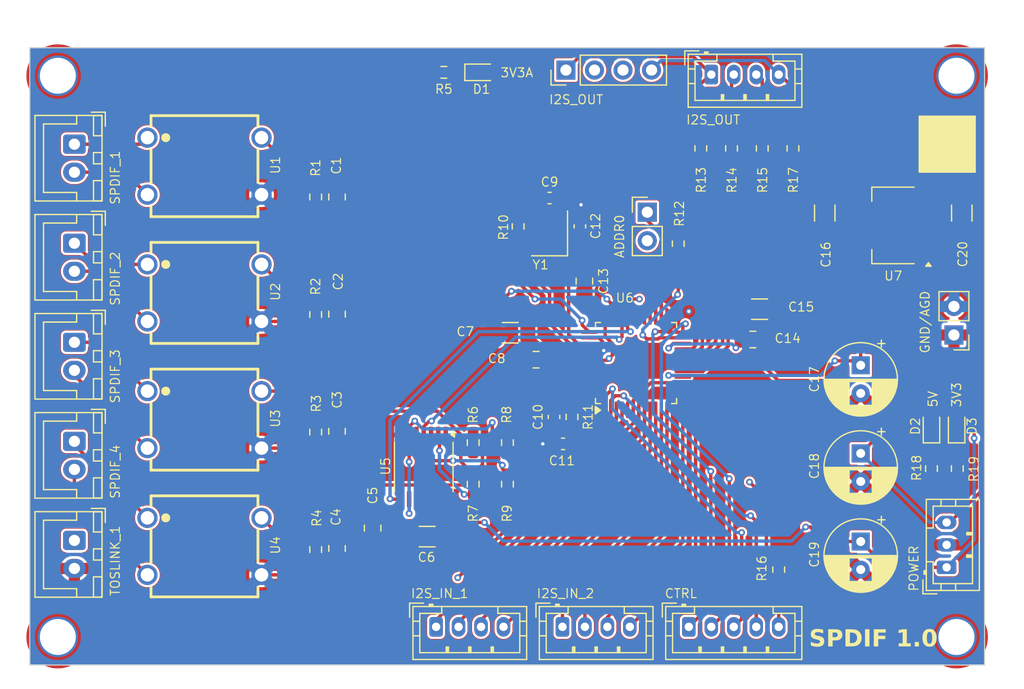
<source format=kicad_pcb>
(kicad_pcb (version 20240108) (generator "pcbnew") (generator_version "8.0")
  (layers (0 "F.Cu" signal) (1 "In1.Cu" signal) (2 "In2.Cu" signal) (31 "B.Cu" mixed) (34 "B.Paste" user) (35 "F.Paste" user) (36 "B.SilkS" user "B.Silkscreen") (37 "F.SilkS" user "F.Silkscreen") (38 "B.Mask" user) (39 "F.Mask" user) (44 "Edge.Cuts" user))
  (net 0 "")
  (net 1 "AGND")
  (net 2 "GND")
  (net 3 "I2S_DATA")
  (net 4 "I2S_LRCLK")
  (net 5 "I2S_BCLK")
  (net 6 "I2S_SCLK")
  (net 7 "SCL")
  (net 8 "SDA")
  (net 9 "3V3")
  (net 10 "SPDIF3_IN")
  (net 11 "SPDIF3_GND")
  (net 12 "SPDIF1_IN")
  (net 13 "SPDIF1_GND")
  (net 14 "SPDIF2_IN")
  (net 15 "SPDIF2_GND")
  (net 16 "5V")
  (net 17 "SPDIF_1")
  (net 18 "SPDIF4_GND")
  (net 19 "SPDIF4_IN")
  (net 20 "SPDIF_2")
  (net 21 "SPDIF_3")
  (net 22 "SPDIF_4")
  (net 23 "Net-(D2-K)")
  (net 24 "I2S_IN_LRCLK_1")
  (net 25 "I2S_IN_BCLK_1")
  (net 26 "Net-(D1-K)")
  (net 27 "I2S_IN_DATA_1")
  (net 28 "I2S_IN_SCLK_1")
  (net 29 "I2S_IN_DATA_2")
  (net 30 "I2S_IN_SCLK_2")
  (net 31 "I2S_IN_LRCLK_2")
  (net 32 "I2S_IN_BCLK_2")
  (net 33 "Net-(C2-Pad2)")
  (net 34 "Net-(C4-Pad2)")
  (net 35 "3V3A")
  (net 36 "SPDIF_OUT")
  (net 37 "TOSLINK_IN")
  (net 38 "XTI")
  (net 39 "XTO")
  (net 40 "Net-(C1-Pad2)")
  (net 41 "Net-(C3-Pad1)")
  (net 42 "Net-(C3-Pad2)")
  (net 43 "Net-(C4-Pad1)")
  (net 44 "Net-(C9-Pad1)")
  (net 45 "Net-(C11-Pad2)")
  (net 46 "Net-(R6-Pad2)")
  (net 47 "Net-(R7-Pad2)")
  (net 48 "SPDIF_INT1")
  (net 49 "SPDIF_INT0")
  (net 50 "SPDIF_RESET")
  (net 51 "Net-(D3-K)")
  (net 52 "Net-(U6-FILT)")
  (net 53 "Net-(R8-Pad1)")
  (net 54 "Net-(R8-Pad2)")
  (net 55 "Net-(U6-SCLKO)")
  (net 56 "Net-(U6-BCLK)")
  (net 57 "Net-(U6-LRCLK)")
  (net 58 "Net-(U6-DOUT)")
  (net 70 "ADR0")
  (footprint "LED_SMD:LED_0603_1608Metric" (layer "F.Cu") (at 106.6 62.025 90)
    (property "Reference" "D2")
    (property "Value" "BLUE")
  )
  (footprint "Connector_JST:JST_PH_B3B-PH-K_1x03_P2.00mm_Vertical" (layer "F.Cu") (at 107.95 74.6 90)
    (property "Reference" "J12" (hide yes))
    (property "Value" "Conn_01x03_Pin")
  )
  (footprint "Resistor_SMD:R_0603_1608Metric" (layer "F.Cu") (at 84.055 45.765 -90)
    (property "Reference" "R12")
    (property "Value" "4.7K")
  )
  (footprint "LED_SMD:LED_0603_1608Metric" (layer "F.Cu") (at 66.545 30.5)
    (property "Reference" "D1")
    (property "Value" "YELLOW")
  )
  (footprint "Capacitor_SMD:C_0805_2012Metric_Pad1.18x1.45mm_HandSolder" (layer "F.Cu") (at 75.7 49.1 -90)
    (property "Reference" "C13")
    (property "Value" "0.1u")
  )
  (footprint "Capacitor_SMD:C_0805_2012Metric_Pad1.18x1.45mm_HandSolder" (layer "F.Cu") (at 90.7 54.3 180)
    (property "Reference" "C14")
    (property "Value" "0.1u")
  )
  (footprint "Package_TO_SOT_SMD:SOT-223-3_TabPin2" (layer "F.Cu") (at 103.2 44.1375 180)
    (property "Reference" "U7")
    (property "Value" "AMS1117-3.3")
  )
  (footprint "Connector_JST:JST_XH_B2B-XH-A_1x02_P2.50mm_Vertical" (layer "F.Cu") (at 30.3 72.2 -90)
    (property "Reference" "J5" (hide yes))
    (property "Value" "Conn_01x02_Pin")
  )
  (footprint "Package_QFP:LQFP-48_7x7mm_P0.5mm" (layer "F.Cu") (at 80.3 56.4 90)
    (property "Reference" "U6")
    (property "Value" "DIX9211")
  )
  (footprint "Capacitor_SMD:C_1206_3216Metric_Pad1.33x1.80mm_HandSolder" (layer "F.Cu") (at 69.1 53.7)
    (property "Reference" "C7")
    (property "Value" "10u")
  )
  (footprint "Connector_JST:JST_XH_B2B-XH-A_1x02_P2.50mm_Vertical" (layer "F.Cu") (at 30.3 54.55 -90)
    (property "Reference" "J3" (hide yes))
    (property "Value" "Conn_01x02_Pin")
  )
  (footprint "Capacitor_SMD:C_0805_2012Metric_Pad1.18x1.45mm_HandSolder" (layer "F.Cu") (at 53.68 62.48 -90)
    (property "Reference" "C3")
    (property "Value" "10n C0G")
  )
  (footprint "Capacitor_SMD:C_0603_1608Metric" (layer "F.Cu") (at 73.8 63.6)
    (property "Reference" "C11")
    (property "Value" "68n C0G")
  )
  (footprint "Connector_JST:JST_PH_B4B-PH-K_1x04_P2.00mm_Vertical" (layer "F.Cu") (at 73.75 79.9)
    (property "Reference" "J7" (hide yes))
    (property "Value" "Conn_01x04_Pin")
  )
  (footprint "Connector_JST:JST_XH_B2B-XH-A_1x02_P2.50mm_Vertical" (layer "F.Cu") (at 30.3 63.375 -90)
    (property "Reference" "J4" (hide yes))
    (property "Value" "Conn_01x02_Pin")
  )
  (footprint "Capacitor_SMD:C_0805_2012Metric_Pad1.18x1.45mm_HandSolder" (layer "F.Cu") (at 53.68 72.9175 -90)
    (property "Reference" "C4")
    (property "Value" "10n C0G")
  )
  (footprint "easyeda2kicad:XFMR-TH_4P-L9.5-W9.0-P5.08-LS10.2_C9900096976" (layer "F.Cu") (at 41.88 72.73)
    (property "Reference" "U4")
    (property "Value" "DA101C_C6931652")
  )
  (footprint "Capacitor_SMD:C_0603_1608Metric" (layer "F.Cu") (at 72.6 41.7)
    (property "Reference" "C9")
    (property "Value" "68n C0G")
  )
  (footprint "Capacitor_SMD:C_1206_3216Metric_Pad1.33x1.80mm_HandSolder" (layer "F.Cu") (at 61.7 71.8625)
    (property "Reference" "C6")
    (property "Value" "10u")
  )
  (footprint "Capacitor_SMD:C_1206_3216Metric_Pad1.33x1.80mm_HandSolder" (layer "F.Cu") (at 109.3 43.0375 90)
    (property "Reference" "C20")
    (property "Value" "10u")
  )
  (footprint "easyeda2kicad:XFMR-TH_4P-L9.5-W9.0-P5.08-LS10.2_C9900096976" (layer "F.Cu") (at 41.88 61.44)
    (property "Reference" "U3")
    (property "Value" "DA101C_C6931652")
  )
  (footprint "Resistor_SMD:R_0603_1608Metric" (layer "F.Cu") (at 86.066667 37.275 90)
    (property "Reference" "R13")
    (property "Value" "22R")
  )
  (footprint "Resistor_SMD:R_0603_1608Metric_Pad0.98x0.95mm_HandSolder" (layer "F.Cu") (at 51.78 52.075833 -90)
    (property "Reference" "R2")
    (property "Value" "75R")
  )
  (footprint "Capacitor_SMD:C_1206_3216Metric_Pad1.33x1.80mm_HandSolder" (layer "F.Cu") (at 97.1 43.0375 90)
    (property "Reference" "C16")
    (property "Value" "10u")
  )
  (footprint "Connector_JST:JST_XH_B2B-XH-A_1x02_P2.50mm_Vertical" (layer "F.Cu") (at 30.3 36.9 -90)
    (property "Reference" "J1" (hide yes))
    (property "Value" "Conn_01x02_Pin" (hide yes))
  )
  (footprint "Capacitor_SMD:C_1206_3216Metric_Pad1.33x1.80mm_HandSolder" (layer "F.Cu") (at 91.3 51.6 180)
    (property "Reference" "C15")
    (property "Value" "10u")
  )
  (footprint "Capacitor_SMD:C_0805_2012Metric_Pad1.18x1.45mm_HandSolder" (layer "F.Cu") (at 71.4 56.1)
    (property "Reference" "C8")
    (property "Value" "0.1u")
  )
  (footprint "MountingHole:MountingHole_3.2mm_M3_DIN965_Pad_TopOnly" (layer "F.Cu") (at 108.8251 30.805)
    (property "Reference" "H3" (hide yes))
    (property "Value" "MountingHole")
  )
  (footprint "Connector_JST:JST_XH_B2B-XH-A_1x02_P2.50mm_Vertical" (layer "F.Cu") (at 30.3 45.725 -90)
    (property "Reference" "J2" (hide yes))
    (property "Value" "Conn_01x02_Pin")
  )
  (footprint "Connector_PinHeader_2.54mm:PinHeader_1x02_P2.54mm_Vertical" (layer "F.Cu") (at 81.3 42.96)
    (property "Reference" "J9" (hide yes))
    (property "Value" "Conn_01x02_Pin")
  )
  (footprint "Capacitor_SMD:C_0805_2012Metric_Pad1.18x1.45mm_HandSolder" (layer "F.Cu") (at 56.85 71.1 90)
    (property "Reference" "C5")
    (property "Value" "0.1u")
  )
  (footprint "Connector_JST:JST_PH_B4B-PH-K_1x04_P2.00mm_Vertical" (layer "F.Cu") (at 62.5 79.9)
    (property "Reference" "J6" (hide yes))
    (property "Value" "Conn_01x04_Pin")
  )
  (footprint "Connector_PinHeader_2.54mm:PinHeader_1x02_P2.54mm_Vertical" (layer "F.Cu") (at 108.6 53.9 180)
    (property "Reference" "J13" (hide yes))
    (property "Value" "Conn_01x02_Pin")
  )
  (footprint "Resistor_SMD:R_0603_1608Metric_Pad0.98x0.95mm_HandSolder" (layer "F.Cu") (at 51.78 73.0175 -90)
    (property "Reference" "R4")
    (property "Value" "75R")
  )
  (footprint "Resistor_SMD:R_0603_1608Metric_Pad0.98x0.95mm_HandSolder" (layer "F.Cu") (at 108.9 65.8 90)
    (property "Reference" "R19")
    (property "Value" "325R")
  )
  (footprint "Package_SO:TSSOP-14_4.4x5mm_P0.65mm" (layer "F.Cu") (at 61.4 65.6625 -90)
    (property "Reference" "U5")
    (property "Value" "74HC7014")
  )
  (footprint "Resistor_SMD:R_0603_1608Metric" (layer "F.Cu") (at 94.266667 37.275 90)
    (property "Reference" "R17")
    (property "Value" "22R")
  )
  (footprint "Connector_JST:JST_PH_B4B-PH-K_1x04_P2.00mm_Vertical" (layer "F.Cu") (at 87 30.7)
    (property "Reference" "J11" (hide yes))
    (property "Value" "Conn_01x04_Pin")
  )
  (footprint "easyeda2kicad:XFMR-TH_4P-L9.5-W9.0-P5.08-LS10.2_C9900096976" (layer "F.Cu") (at 41.88 50.15)
    (property "Reference" "U2")
    (property "Value" "DA101C_C6931652")
  )
  (footprint "Resistor_SMD:R_0603_1608Metric_Pad0.98x0.95mm_HandSolder" (layer "F.Cu") (at 51.78 62.546666 -90)
    (property "Reference" "R3")
    (property "Value" "75R")
  )
  (footprint "Resistor_SMD:R_0603_1608Metric" (layer "F.Cu") (at 88.8 37.275 90)
    (property "Reference" "R14")
    (property "Value" "22R")
  )
  (footprint "Capacitor_SMD:C_0805_2012Metric_Pad1.18x1.45mm_HandSolder" (layer "F.Cu") (at 53.68 41.605 -90)
    (property "Reference" "C1")
    (property "Value" "10n C0G")
  )
  (footprint "easyeda2kicad:XFMR-TH_4P-L9.5-W9.0-P5.08-LS10.2_C9900096976" (layer "F.Cu") (at 41.88 38.86)
    (property "Reference" "U1")
    (property "Value" "DA101C_C6931652")
  )
  (footprint "LED_SMD:LED_0603_1608Metric" (layer "F.Cu") (at 108.84 62.025 90)
    (property "Reference" "D3")
    (property "Value" "YELLOW")
  )
  (footprint "Resistor_SMD:R_0603_1608Metric" (layer "F.Cu") (at 74.6 61.2 -90)
    (property "Reference" "R11")
    (property "Value" "680R")
  )
  (footprint "Resistor_SMD:R_0603_1608Metric_Pad0.98x0.95mm_HandSolder" (layer "F.Cu") (at 106.6 65.8 90)
    (property "Reference" "R18")
    (property "Value" "500R")
  )
  (footprint "Resistor_SMD:R_0603_1608Metric" (layer "F.Cu") (at 91.533333 37.275 90)
    (property "Reference" "R15")
    (property "Value" "22R")
  )
  (footprint "Capacitor_SMD:C_0603_1608Metric" (layer "F.Cu") (at 75.3 44.225 90)
    (property "Reference" "C12")
    (property "Value" "68n C0G")
  )
  (footprint "Capacitor_SMD:C_0603_1608Metric" (layer "F.Cu") (at 73 61.2 90)
    (property "Reference" "C10")
    (property "Value" "4.7n C0G")
  )
  (footprint "Capacitor_SMD:C_0805_2012Metric_Pad1.18x1.45mm_HandSolder" (layer "F.Cu") (at 53.68 52.0425 -90)
    (property "Reference" "C2")
    (property "Value" "10n C0G")
  )
  (footprint "Resistor_SMD:R_0603_1608Metric" (layer "F.Cu") (at 69.8 44.225 -90)
    (property "Reference" "R10")
    (property "Value" "200R")
  )
  (footprint "Resistor_SMD:R_0603_1608Metric_Pad0.98x0.95mm_HandSolder" (layer "F.Cu") (at 65.8 67.1875 -90)
    (property "Reference" "R7")
    (property "Value" "100K")
  )
  (footprint "Capacitor_THT:CP_Radial_D6.3mm_P2.50mm" (layer "F.Cu") (at 100.3 72.3 -90)
    (property "Reference" "C19")
    (property "Value" "220u")
  )
  (footprint "Capacitor_THT:CP_Radial_D6.3mm_P2.50mm" (layer "F.Cu") (at 100.3 64.45 -90)
    (property "Reference" "C18")
    (property "Value" "220u")
  )
  (footprint "Resistor_SMD:R_0603_1608Metric_Pad0.98x0.95mm_HandSolder" (layer "F.Cu") (at 63.1875 30.5)
    (property "Reference" "R5")
    (property "Value" "325R")
  )
  (footprint "Crystal:Crystal_SMD_SeikoEpson_FA238-4Pin_3.2x2.5mm" (layer "F.Cu") (at 72.6 44.845 90)
    (property "Reference" "Y1")
    (property "Value" "24.576MHz")
  )
  (footprint "Resistor_SMD:R_0603_1608Metric_Pad0.98x0.95mm_HandSolder" (layer "F.Cu") (at 51.78 41.605 -90)
    (property "Reference" "R1")
    (property "Value" "75R")
  )
  (footprint "Resistor_SMD:R_0603_1608Metric_Pad0.98x0.95mm_HandSolder" (layer "F.Cu") (at 65.8 63.4875 90)
    (property "Reference" "R6")
    (property "Value" "220R")
  )
  (footprint "MountingHole:MountingHole_3.2mm_M3_DIN965_Pad_TopOnly" (layer "F.Cu") (at 28.8251 30.805)
    (property "Reference" "H1" (hide yes))
    (property "Value" "MountingHole")
  )
  (footprint "Resistor_SMD:R_0603_1608Metric_Pad0.98x0.95mm_HandSolder" (layer "F.Cu") (at 68.85 63.4875 -90)
    (property "Reference" "R8")
    (property "Value" "100K")
  )
  (footprint "Connector_PinHeader_2.54mm:PinHeader_1x04_P2.54mm_Vertical" (layer "F.Cu") (at 74.06 30.3 90)
    (property "Reference" "J8" (hide yes))
    (property "Value" "Conn_01x04_Pin")
  )
  (footprint "MountingHole:MountingHole_3.2mm_M3_DIN965_Pad_TopOnly" (layer "F.Cu") (at 108.8251 80.805)
    (property "Reference" "H4" (hide yes))
    (property "Value" "MountingHole")
  )
  (footprint "MountingHole:MountingHole_3.2mm_M3_DIN965_Pad_TopOnly" (layer "F.Cu") (at 28.8251 80.805)
    (property "Reference" "H2" (hide yes))
    (property "Value" "MountingHole")
  )
  (footprint "Capacitor_THT:CP_Radial_D6.3mm_P2.50mm" (layer "F.Cu") (at 100.3 56.6 -90)
    (property "Reference" "C17")
    (property "Value" "220u")
  )
  (footprint "Resistor_SMD:R_0603_1608Metric" (layer "F.Cu") (at 93 74.8 -90)
    (property "Reference" "R16")
    (property "Value" "4.7K")
  )
  (footprint "Connector_JST:JST_PH_B5B-PH-K_1x05_P2.00mm_Vertical" (layer "F.Cu") (at 85 79.9)
    (property "Reference" "J10" (hide yes))
    (property "Value" "Conn_01x05_Pin")
  )
  (footprint "Resistor_SMD:R_0603_1608Metric_Pad0.98x0.95mm_HandSolder" (layer "F.Cu") (at 68.85 67.1875 90)
    (property "Reference" "R9")
    (property "Value" "220R")
  )
  (gr_rect (start 105.5 34.4) (end 110.5 39.4) (stroke (width 0.1)) (fill solid) (layer "F.SilkS"))
  (gr_line (start 111.3251 28.305) (end 111.3251 83.305) (stroke (width 0.1)) (layer "Edge.Cuts"))
  (gr_line (start 111.3251 83.305) (end 26.3251 83.305) (stroke (width 0.1)) (layer "Edge.Cuts"))
  (gr_line (start 26.3251 83.305) (end 26.3251 28.305) (stroke (width 0.1)) (layer "Edge.Cuts"))
  (gr_line (start 26.3251 28.305) (end 111.3251 28.305) (stroke (width 0.1)) (layer "Edge.Cuts"))
  (gr_text "SPDIF_3\n" (at 34.399952 60.045 90) (layer "F.SilkS") (effects (font (size 0.8 0.8) (thickness 0.1) (bold yes)) (justify left bottom)))
  (gr_text "CTRL" (at 82.8 77.4 0) (layer "F.SilkS") (effects (font (size 0.8 0.8) (thickness 0.1) (bold yes)) (justify left bottom)))
  (gr_text "SPDIF_1" (at 34.399952 42.345 90) (layer "F.SilkS") (effects (font (size 0.8 0.8) (thickness 0.1) (bold yes)) (justify left bottom)))
  (gr_text "5V\n" (at 107.2 60.4 90) (layer "F.SilkS") (effects (font (size 0.8 0.8) (thickness 0.1) (bold yes)) (justify left bottom)))
  (gr_text "I2S_IN_1" (at 60.2 77.4 0) (layer "F.SilkS") (effects (font (size 0.8 0.8) (thickness 0.1) (bold yes)) (justify left bottom)))
  (gr_text "SPDIF_4\n" (at 34.399952 68.545 90) (layer "F.SilkS") (effects (font (size 0.8 0.8) (thickness 0.1) (bold yes)) (justify left bottom)))
  (gr_text "SPDIF 1.0" (at 95.7 81.9 0) (layer "F.SilkS") (effects (font (size 1.5 1.5) (thickness 0.1) (bold yes)) (justify left bottom)))
  (gr_text "I2S_OUT" (at 72.5 33.4 0) (layer "F.SilkS") (effects (font (size 0.8 0.8) (thickness 0.1) (bold yes)) (justify left bottom)))
  (gr_text "ADDR0" (at 79.3 47.1 90) (layer "F.SilkS") (effects (font (size 0.8 0.8) (thickness 0.1) (bold yes)) (justify left bottom)))
  (gr_text "POWER" (at 105.5 76.8 90) (layer "F.SilkS") (effects (font (size 0.8 0.8) (thickness 0.1) (bold yes)) (justify left bottom)))
  (gr_text "TOSLINK_1\n" (at 34.399952 77.2 90) (layer "F.SilkS") (effects (font (size 0.8 0.8) (thickness 0.1) (bold yes)) (justify left bottom)))
  (gr_text "GND/AGD" (at 106.5 55.6 90) (layer "F.SilkS") (effects (font (size 0.8 0.8) (thickness 0.1) (bold yes)) (justify left bottom)))
  (gr_text "SPDIF_2" (at 34.399952 51.345 90) (layer "F.SilkS") (effects (font (size 0.8 0.8) (thickness 0.1) (bold yes)) (justify left bottom)))
  (gr_text "3V3" (at 109.3 60.4 90) (layer "F.SilkS") (effects (font (size 0.8 0.8) (thickness 0.1) (bold yes)) (justify left bottom)))
  (gr_text "I2S_IN_2" (at 71.4 77.4 0) (layer "F.SilkS") (effects (font (size 0.8 0.8) (thickness 0.1) (bold yes)) (justify left bottom)))
  (gr_text "3V3A" (at 68.175 31 0) (layer "F.SilkS") (effects (font (size 0.8 0.8) (thickness 0.1) (bold yes)) (justify left bottom)))
  (gr_text "I2S_OUT" (at 84.7 35.2 0) (layer "F.SilkS") (effects (font (size 0.8 0.8) (thickness 0.1) (bold yes)) (justify left bottom)))
  (segment (start 50.44 75.27) (end 51.78 73.93) (width 0.3) (layer "F.Cu") (net 1))
  (segment (start 77.061672 55.65) (end 77.42486 55.286812) (width 0.3) (layer "F.Cu") (net 1))
  (segment (start 46.96 52.69) (end 51.481667 52.69) (width 0.3) (layer "F.Cu") (net 1))
  (segment (start 76.1375 55.65) (end 77.061672 55.65) (width 0.3) (layer "F.Cu") (net 1))
  (segment (start 73.375 41.7) (end 73.375 43.72) (width 0.3) (layer "F.Cu") (net 1))
  (segment (start 51.481667 52.69) (end 51.78 52.988333) (width 0.3) (layer "F.Cu") (net 1))
  (segment (start 51.259166 63.98) (end 51.78 63.459166) (width 0.3) (layer "F.Cu") (net 1))
  (segment (start 46.96 75.27) (end 50.44 75.27) (width 0.3) (layer "F.Cu") (net 1))
  (segment (start 51.78 42.5175) (end 48.0775 42.5175) (width 0.3) (layer "F.Cu") (net 1))
  (segment (start 73.4 43.745) (end 75.005 43.745) (width 0.3) (layer "F.Cu") (net 1))
  (segment (start 75.3 42.4) (end 75.4 42.3) (width 0.3) (layer "F.Cu") (net 1))
  (segment (start 46.96 63.98) (end 51.259166 63.98) (width 0.3) (layer "F.Cu") (net 1))
  (segment (start 48.0775 42.5175) (end 46.96 41.4) (width 0.3) (layer "F.Cu") (net 1))
  (segment (start 75.005 43.745) (end 75.3 43.45) (width 0.3) (layer "F.Cu") (net 1))
  (segment (start 76.97812 54.15) (end 77.3 54.47188) (width 0.3) (layer "F.Cu") (net 1))
  (segment (start 73.025 63.6) (end 72 63.6) (width 0.3) (layer "F.Cu") (net 1))
  (segment (start 76.1375 54.15) (end 76.97812 54.15) (width 0.3) (layer "F.Cu") (net 1))
  (segment (start 73.4 43.945) (end 71.8 45.545) (width 0.3) (layer "F.Cu") (net 1))
  (segment (start 75.3 43.45) (end 75.3 42.4) (width 0.3) (layer "F.Cu") (net 1))
  (segment (start 73.025 63.6) (end 73.025 62) (width 0.3) (layer "F.Cu") (net 1))
  (segment (start 77.3 55.161952) (end 77.42486 55.286812) (width 0.3) (layer "F.Cu") (net 1))
  (segment (start 77.3 54.47188) (end 77.3 55.161952) (width 0.3) (layer "F.Cu") (net 1))
  (via (at 77.42486 55.286812) (size 0.6) (drill 0.3) (layers "F.Cu" "B.Cu") (net 1))
  (via (at 72 63.6) (size 0.6) (drill 0.3) (layers "F.Cu" "B.Cu") (net 1))
  (via (at 75.4 42.3) (size 0.6) (drill 0.3) (layers "F.Cu" "B.Cu") (net 1))
  (segment (start 85.30312 55.15) (end 85.55 54.90312) (width 0.3) (layer "F.Cu") (net 2))
  (segment (start 84.4625 55.15) (end 85.30312 55.15) (width 0.3) (layer "F.Cu") (net 2))
  (segment (start 85.55 52.35) (end 85 51.8) (width 0.3) (layer "F.Cu") (net 2))
  (segment (start 85.55 54.90312) (end 85.55 53.90312) (width 0.3) (layer "F.Cu") (net 2))
  (segment (start 85.55 53.90312) (end 85.55 52.35) (width 0.3) (layer "F.Cu") (net 2))
  (via (at 85 51.8) (size 0.6) (drill 0.3) (layers "F.Cu" "B.Cu") (net 2))
  (segment (start 94.266667 36.45) (end 94.266667 31.866667) (width 0.3) (layer "F.Cu") (net 3))
  (segment (start 94.266667 31.866667) (end 93 30.6) (width 0.3) (layer "F.Cu") (net 3))
  (segment (start 82.53 29.45) (end 91.75 29.45) (width 0.3) (layer "B.Cu") (net 3))
  (segment (start 91.75 29.45) (end 93 30.7) (width 0.3) (layer "B.Cu") (net 3))
  (segment (start 81.68 30.3) (end 82.53 29.45) (width 0.3) (layer "B.Cu") (net 3))
  (segment (start 91.533333 36.45) (end 91.533333 31.133333) (width 0.3) (layer "F.Cu") (net 4))
  (segment (start 91.533333 31.133333) (end 91 30.6) (width 0.3) (layer "F.Cu") (net 4))
  (segment (start 88.8 36.45) (end 88.8 30.8) (width 0.3) (layer "F.Cu") (net 5))
  (segment (start 87 30.7) (end 85.4 29.1) (width 0.3) (layer "F.Cu") (net 6))
  (segment (start 86.066667 31.533333) (end 87 30.6) (width 0.3) (layer "F.Cu") (net 6))
  (segment (start 75.26 29.1) (end 74.06 30.3) (width 0.3) (layer "F.Cu") (net 6))
  (segment (start 86.066667 36.45) (end 86.066667 31.533333) (width 0.3) (layer "F.Cu") (net 6))
  (segment (start 85.4 29.1) (end 75.26 29.1) (width 0.3) (layer "F.Cu") (net 6))
  (segment (start 82.52812 53.6) (end 82 53.6) (width 0.3) (layer "F.Cu") (net 7))
  (segment (start 83.05 53.07812) (end 82.52812 53.6) (width 0.3) (layer "F.Cu") (net 7))
  (segment (start 83.05 52.2375) (end 83.05 53.07812) (width 0.3) (layer "F.Cu") (net 7))
  (segment (start 86.955025 77.944975) (end 86.955025 66.044975) (width 0.3) (layer "F.Cu") (net 7))
  (segment (start 85 79.9) (end 86.955025 77.944975) (width 0.3) (layer "F.Cu") (net 7))
  (via (at 86.955025 66.044975) (size 0.6) (drill 0.3) (layers "F.Cu" "B.Cu") (net 7))
  (via (at 82 53.6) (size 0.6) (drill 0.3) (layers "F.Cu" "B.Cu") (net 7))
  (segment (start 81.8 60.88995) (end 81.8 53.8) (width 0.3) (layer "B.Cu") (net 7))
  (segment (start 86.955025 66.044975) (end 81.8 60.88995) (width 0.3) (layer "B.Cu") (net 7))
  (segment (start 81.8 53.8) (end 82 53.6) (width 0.3) (layer "B.Cu") (net 7))
  (segment (start 84.4625 53.65) (end 84.4625 53.1375) (width 0.3) (layer "F.Cu") (net 8))
  (segment (start 88.6 78.3) (end 87 79.9) (width 0.3) (layer "F.Cu") (net 8))
  (segment (start 84.4625 53.1375) (end 84.7 52.9) (width 0.3) (layer "F.Cu") (net 8))
  (segment (start 88.6 66.7) (end 88.6 78.3) (width 0.3) (layer "F.Cu") (net 8))
  (via (at 84.7 52.9) (size 0.6) (drill 0.3) (layers "F.Cu" "B.Cu") (net 8))
  (via (at 88.6 66.7) (size 0.6) (drill 0.3) (layers "F.Cu" "B.Cu") (net 8))
  (segment (start 84.7 52.9) (end 84.381928 52.9) (width 0.3) (layer "B.Cu") (net 8))
  (segment (start 82.55 60.65) (end 88.6 66.7) (width 0.3) (layer "B.Cu") (net 8))
  (segment (start 84.381928 52.9) (end 82.55 54.731928) (width 0.3) (layer "B.Cu") (net 8))
  (segment (start 82.55 54.731928) (end 82.55 60.65) (width 0.3) (layer "B.Cu") (net 8))
  (segment (start 57.2375 70.45) (end 63.2125 70.45) (width 0.3) (layer "F.Cu") (net 9))
  (segment (start 89.6625 54.3) (end 89.185664 54.776836) (width 0.3) (layer "F.Cu") (net 9))
  (segment (start 83.621884 54.65) (end 83.2 55.071884) (width 0.3) (layer "F.Cu") (net 9))
  (segment (start 108.84 61) (end 105.79 57.95) (width 0.3) (layer "F.Cu") (net 9))
  (segment (start 89.7375 51.6) (end 89.7375 54.225) (width 0.3) (layer "F.Cu") (net 9))
  (segment (start 81.3 45.16) (end 81.3 46) (width 0.3) (layer "F.Cu") (net 9))
  (segment (start 63.2125 70.45) (end 63.2625 70.4) (width 0.3) (layer "F.Cu") (net 9))
  (segment (start 64.9 70.6) (end 66.8 70.6) (width 0.3) (layer "F.Cu") (net 9))
  (segment (start 107.95 74.6) (end 102.6 74.6) (width 0.3) (layer "F.Cu") (net 9))
  (segment (start 95.8 71) (end 97.1 72.3) (width 0.3) (layer "F.Cu") (net 9))
  (segment (start 84.4625 54.65) (end 83.621884 54.65) (width 0.3) (layer "F.Cu") (net 9))
  (segment (start 63.2625 71.8625) (end 63.2625 70.4) (width 0.3) (layer "F.Cu") (net 9))
  (segment (start 63.6375 71.8625) (end 64.9 70.6) (width 0.3) (layer "F.Cu") (net 9))
  (segment (start 63.2625 68.6125) (end 63.35 68.525) (width 0.3) (layer "F.Cu") (net 9))
  (segment (start 105.79 57.95) (end 92.95 57.95) (width 0.3) (layer "F.Cu") (net 9))
  (segment (start 110.4 63.1) (end 110.4 62.56) (width 0.3) (layer "F.Cu") (net 9))
  (segment (start 63.2625 70.4) (end 63.2625 68.6125) (width 0.3) (layer "F.Cu") (net 9))
  (segment (start 95.4 71) (end 95.8 71) (width 0.3) (layer "F.Cu") (net 9))
  (segment (start 110.4 62.56) (end 108.84 61) (width 0.3) (layer "F.Cu") (net 9))
  (segment (start 102.6 74.6) (end 100.3 72.3) (width 0.3) (layer "F.Cu") (net 9))
  (segment (start 89.185664 54.776836) (end 89.185664 55.040949) (width 0.3) (layer "F.Cu") (net 9))
  (segment (start 92.95 57.95) (end 89.6625 54.6625) (width 0.3) (layer "F.Cu") (net 9))
  (segment (start 97.1 72.3) (end 100.3 72.3) (width 0.3) (layer "F.Cu") (net 9))
  (via (at 110.4 63.1) (size 0.6) (drill 0.3) (layers "F.Cu" "B.Cu") (net 9))
  (via (at 83.2 55.071884) (size 0.6) (drill 0.3) (layers "F.Cu" "B.Cu") (net 9))
  (via (at 95.4 71) (size 0.6) (drill 0.3) (layers "F.Cu" "B.Cu") (net 9))
  (via (at 89.185664 55.040949) (size 0.6) (drill 0.3) (layers "F.Cu" "B.Cu") (net 9))
  (via (at 66.8 70.6) (size 0.6) (drill 0.3) (layers "F.Cu" "B.Cu") (net 9))
  (segment (start 94.138966 72.261034) (end 95.4 71) (width 0.3) (layer "B.Cu") (net 9))
  (segment (start 83.2 55.071884) (end 83.571884 54.7) (width 0.3) (layer "B.Cu") (net 9))
  (segment (start 68.461034 72.261034) (end 94.138966 72.261034) (width 0.3) (layer "B.Cu") (net 9))
  (segment (start 110.4 72.15) (end 110.4 63.1) (width 0.3) (layer "B.Cu") (net 9))
  (segment (start 83.571884 54.7) (end 88.844715 54.7) (width 0.3) (layer "B.Cu") (net 9))
  (segment (start 66.8 70.6) (end 68.461034 72.261034) (width 0.3) (layer "B.Cu") (net 9))
  (segment (start 88.844715 54.7) (end 89.185664 55.040949) (width 0.3) (layer "B.Cu") (net 9))
  (segment (start 107.95 74.6) (end 110.4 72.15) (width 0.3) (layer "B.Cu") (net 9))
  (segment (start 36.8 58.9) (end 32.45 54.55) (width 0.3) (layer "F.Cu") (net 10))
  (segment (start 32.45 54.55) (end 30.3 54.55) (width 0.3) (layer "F.Cu") (net 10))
  (segment (start 36.8 63.98) (end 30.3 57.48) (width 0.3) (layer "F.Cu") (net 11))
  (segment (start 30.3 57.48) (end 30.3 57.05) (width 0.3) (layer "F.Cu") (net 11))
  (segment (start 30.3 36.9) (end 36.22 36.9) (width 0.3) (layer "F.Cu") (net 12))
  (segment (start 36.22 36.9) (end 36.8 36.32) (width 0.3) (layer "F.Cu") (net 12))
  (segment (start 30.3 39.4) (end 34.8 39.4) (width 0.3) (layer "F.Cu") (net 13))
  (segment (start 34.8 39.4) (end 36.8 41.4) (width 0.3) (layer "F.Cu") (net 13))
  (segment (start 32.185 47.61) (end 30.3 45.725) (width 0.3) (layer "F.Cu") (net 14))
  (segment (start 36.8 47.61) (end 32.185 47.61) (width 0.3) (layer "F.Cu") (net 14))
  (segment (start 30.3 48.225) (end 32.335 48.225) (width 0.3) (layer "F.Cu") (net 15))
  (segment (start 32.335 48.225) (end 36.8 52.69) (width 0.3) (layer "F.Cu") (net 15))
  (segment (start 111.1 67.725) (end 108.225 70.6) (width 0.3) (layer "F.Cu") (net 16))
  (segment (start 109.3 41.475) (end 111.1 43.275) (width 0.3) (layer "F.Cu") (net 16))
  (segment (start 111.1 43.275) (end 111.1 67.725) (width 0.3) (layer "F.Cu") (net 16))
  (segment (start 106.6 61) (end 103.75 61) (width 0.3) (layer "F.Cu") (net 16))
  (segment (start 103.75 61) (end 100.3 64.45) (width 0.3) (layer "F.Cu") (net 16))
  (segment (start 109.3 41.475) (end 106.7125 41.475) (width 0.3) (layer "F.Cu") (net 16))
  (segment (start 106.45 70.6) (end 100.3 64.45) (width 0.3) (layer "B.Cu") (net 16))
  (segment (start 107.95 70.6) (end 106.45 70.6) (width 0.3) (layer "B.Cu") (net 16))
  (segment (start 53.68 40.5675) (end 61.1675 40.5675) (width 0.3) (layer "F.Cu") (net 17))
  (segment (start 61.45 40.85) (end 71.3 50.7) (width 0.3) (layer "F.Cu") (net 17))
  (segment (start 76.1375 53.65) (end 75.5 53.0125) (width 0.3) (layer "F.Cu") (net 17))
  (segment (start 75.5 53.0125) (end 75.5 52.6) (width 0.3) (layer "F.Cu") (net 17))
  (segment (start 61.1675 40.5675) (end 61.45 40.85) (width 0.3) (layer "F.Cu") (net 17))
  (via (at 71.3 50.7) (size 0.6) (drill 0.3) (layers "F.Cu" "B.Cu") (net 17))
  (via (at 75.5 52.6) (size 0.6) (drill 0.3) (layers "F.Cu" "B.Cu") (net 17))
  (segment (start 73.6 50.7) (end 75.5 52.6) (width 0.3) (layer "B.Cu") (net 17))
  (segment (start 71.3 50.7) (end 73.6 50.7) (width 0.3) (layer "B.Cu") (net 17))
  (segment (start 30.3 68.77) (end 36.8 75.27) (width 0.3) (layer "F.Cu") (net 18))
  (segment (start 36.32 75.82) (end 36.1 75.6) (width 0.3) (layer "F.Cu") (net 18))
  (segment (start 30.3 65.875) (end 30.3 68.77) (width 0.3) (layer "F.Cu") (net 18))
  (segment (start 30.3 63.69) (end 30.3 63.375) (width 0.3) (layer "F.Cu") (net 19))
  (segment (start 36.8 70.19) (end 30.3 63.69) (width 0.3) (layer "F.Cu") (net 19))
  (segment (start 78.05 51.05) (end 77.7 50.7) (width 0.3) (layer "F.Cu") (net 20))
  (segment (start 68.195 51.005) (end 69.205025 49.994975) (width 0.3) (layer "F.Cu") (net 20))
  (segment (start 78.05 52.2375) (end 78.05 51.05) (width 0.3) (layer "F.Cu") (net 20))
  (segment (start 53.68 51.005) (end 68.195 51.005) (width 0.3) (layer "F.Cu") (net 20))
  (via (at 77.7 50.7) (size 0.6) (drill 0.3) (layers "F.Cu" "B.Cu") (net 20))
  (via (at 69.205025 49.994975) (size 0.6) (drill 0.3) (layers "F.Cu" "B.Cu") (net 20))
  (segment (start 77.7 50.7) (end 76.994975 49.994975) (width 0.3) (layer "B.Cu") (net 20))
  (segment (start 76.994975 49.994975) (end 69.205025 49.994975) (width 0.3) (layer "B.Cu") (net 20))
  (segment (start 79.05 54.05) (end 78.8 54.3) (width 0.3) (layer "F.Cu") (net 21))
  (segment (start 79.05 52.2375) (end 79.05 54.05) (width 0.3) (layer "F.Cu") (net 21))
  (segment (start 61.4 62.062501) (end 61.900001 61.5625) (width 0.3) (layer "F.Cu") (net 21))
  (segment (start 61.900001 61.5625) (end 62.095682 61.5625) (width 0.3) (layer "F.Cu") (net 21))
  (segment (start 61.4 62.8) (end 61.4 62.062501) (width 0.3) (layer "F.Cu") (net 21))
  (via (at 62.095682 61.5625) (size 0.6) (drill 0.3) (layers "F.Cu" "B.Cu") (net 21))
  (via (at 78.8 54.3) (size 0.6) (drill 0.3) (layers "F.Cu" "B.Cu") (net 21))
  (segment (start 69.558182 54.1) (end 78.6 54.1) (width 0.3) (layer "B.Cu") (net 21))
  (segment (start 78.6 54.1) (end 78.8 54.3) (width 0.3) (layer "B.Cu") (net 21))
  (segment (start 62.095682 61.5625) (end 69.558182 54.1) (width 0.3) (layer "B.Cu") (net 21))
  (segment (start 79.8 53.6) (end 79.55 53.35) (width 0.3) (layer "F.Cu") (net 22))
  (segment (start 79.55 53.35) (end 79.55 52.2375) (width 0.3) (layer "F.Cu") (net 22))
  (segment (start 58.425 68.525) (end 58.4 68.5) (width 0.3) (layer "F.Cu") (net 22))
  (segment (start 59.45 68.525) (end 58.425 68.525) (width 0.3) (layer "F.Cu") (net 22))
  (via (at 58.4 68.5) (size 0.6) (drill 0.3) (layers "F.Cu" "B.Cu") (net 22))
  (via (at 79.8 53.6) (size 0.6) (drill 0.3) (layers "F.Cu" "B.Cu") (net 22))
  (segment (start 58.4 68.5) (end 58.4 61.5) (width 0.3) (layer "B.Cu") (net 22))
  (segment (start 58.4 61.5) (end 66.3 53.6) (width 0.3) (layer "B.Cu") (net 22))
  (segment (start 66.3 53.6) (end 79.8 53.6) (width 0.3) (layer "B.Cu") (net 22))
  (segment (start 106.6 63.05) (end 106.6 64.8875) (width 0.3) (layer "F.Cu") (net 23))
  (segment (start 81.55 60.5625) (end 81.55 64.25) (width 0.3) (layer "F.Cu") (net 24))
  (segment (start 81.55 64.25) (end 66.5 79.3) (width 0.3) (layer "F.Cu") (net 24))
  (segment (start 81.05 62.95) (end 64.5 79.5) (width 0.3) (layer "F.Cu") (net 25))
  (segment (start 81.05 60.5625) (end 81.05 62.95) (width 0.3) (layer "F.Cu") (net 25))
  (segment (start 65.7575 30.5) (end 64.1 30.5) (width 0.3) (layer "F.Cu") (net 26))
  (segment (start 82.05 60.5625) (end 82.05 66.35) (width 0.3) (layer "F.Cu") (net 27))
  (segment (start 82.05 66.35) (end 68.5 79.9) (width 0.3) (layer "F.Cu") (net 27))
  (segment (start 80.30312 61.65) (end 80.15 61.65) (width 0.3) (layer "F.Cu") (net 28))
  (segment (start 80.55 60.5625) (end 80.55 61.40312) (width 0.3) (layer "F.Cu") (net 28))
  (segment (start 80.55 61.40312) (end 80.30312 61.65) (width 0.3) (layer "F.Cu") (net 28))
  (segment (start 80.15 61.65) (end 62.5 79.3) (width 0.3) (layer "F.Cu") (net 28))
  (segment (start 85.6 58.94688) (end 85.6 74) (width 0.3) (layer "F.Cu") (net 29))
  (segment (start 85.6 74) (end 79.75 79.85) (width 0.3) (layer "F.Cu") (net 29))
  (segment (start 84.4625 58.65) (end 85.30312 58.65) (width 0.3) (layer "F.Cu") (net 29))
  (segment (start 85.30312 58.65) (end 85.6 58.94688) (width 0.3) (layer "F.Cu") (net 29))
  (segment (start 82.55 68.65) (end 73.75 77.45) (width 0.3) (layer "F.Cu") (net 30))
  (segment (start 73.75 77.45) (end 73.75 79.9) (width 0.3) (layer "F.Cu") (net 30))
  (segment (start 82.55 60.5625) (end 82.55 68.65) (width 0.3) (layer "F.Cu") (net 30))
  (segment (start 84.4625 59.15) (end 84.4625 72.3375) (width 0.3) (layer "F.Cu") (net 31))
  (segment (start 84.4625 72.3375) (end 77.75 79.05) (width 0.3) (layer "F.Cu") (net 31))
  (segment (start 77.75 79.05) (end 77.75 79.9) (width 0.3) (layer "F.Cu") (net 31))
  (segment (start 75.75 78.65) (end 75.75 79.9) (width 0.3) (layer "F.Cu") (net 32))
  (segment (start 83.05 71.35) (end 75.75 78.65) (width 0.3) (layer "F.Cu") (net 32))
  (segment (start 83.05 60.5625) (end 83.05 71.35) (width 0.3) (layer "F.Cu") (net 32))
  (segment (start 51.78 51.18) (end 53.68 53.08) (width 0.3) (layer "F.Cu") (net 33))
  (segment (start 46.96 47.61) (end 50.513333 51.163333) (width 0.3) (layer "F.Cu") (net 33))
  (segment (start 50.513333 51.163333) (end 51.78 51.163333) (width 0.3) (layer "F.Cu") (net 33))
  (segment (start 46.96 70.19) (end 48.875 72.105) (width 0.3) (layer "F.Cu") (net 34))
  (segment (start 48.875 72.105) (end 51.78 72.105) (width 0.3) (layer "F.Cu") (net 34))
  (segment (start 51.83 72.105) (end 53.68 73.955) (width 0.3) (layer "F.Cu") (net 34))
  (segment (start 67.3325 30.5) (end 68.7 30.5) (width 0.3) (layer "F.Cu") (net 35))
  (segment (start 77.2 48.6375) (end 75.7 50.1375) (width 0.3) (layer "F.Cu") (net 35))
  (segment (start 106.35 44.1375) (end 100.05 44.1375) (width 0.3) (layer "F.Cu") (net 35))
  (segment (start 77.994975 55.894975) (end 77.73995 56.15) (width 0.3) (layer "F.Cu") (net 35))
  (segment (start 72.4375 55.475) (end 70.6625 53.7) (width 0.3) (layer "F.Cu") (net 35))
  (segment (start 77.55 51.9875) (end 75.7 50.1375) (width 0.3) (layer "F.Cu") (net 35))
  (segment (start 78.2 55.68995) (end 77.994975 55.894975) (width 0.3) (layer "F.Cu") (net 35))
  (segment (start 77.55 54.014773) (end 78.2 54.664773) (width 0.3) (layer "F.Cu") (net 35))
  (segment (start 72.4375 56.1) (end 72.4375 55.475) (width 0.3) (layer "F.Cu") (net 35))
  (segment (start 98 56.2) (end 99.9 56.2) (width 0.3) (layer "F.Cu") (net 35))
  (segment (start 68.7 30.5) (end 77.2 39) (width 0.3) (layer "F.Cu") (net 35))
  (segment (start 100.05 44.1375) (end 97.3875 41.475) (width 0.3) (layer "F.Cu") (net 35))
  (segment (start 77.73995 56.15) (end 76.1375 56.15) (width 0.3) (layer "F.Cu") (net 35))
  (segment (start 72.65 56.15) (end 76.1375 56.15) (width 0.3) (layer "F.Cu") (net 35))
  (segment (start 77.55 52.2375) (end 77.55 54.014773) (width 0.3) (layer "F.Cu") (net 35))
  (segment (start 78.2 54.664773) (end 78.2 55.68995) (width 0.3) (layer "F.Cu") (net 35))
  (segment (start 77.2 39) (end 77.2 48.6375) (width 0.3) (layer "F.Cu") (net 35))
  (segment (start 100.3 56.6) (end 100.3 44.3875) (width 0.3) (layer "F.Cu") (net 35))
  (via (at 83.2 57.5) (size 0.6) (drill 0.3) (layers "F.Cu" "B.Cu") (net 35))
  (via (at 77.894975 55.994975) (size 0.6) (drill 0.3) (layers "F.Cu" "B.Cu") (net 35))
  (via (at 98 56.2) (size 0.6) (drill 0.3) (layers "F.Cu" "B.Cu") (net 35))
  (segment (start 96.7 57.5) (end 98 56.2) (width 0.3) (layer "B.Cu") (net 35))
  (segment (start 83.2 57.5) (end 96.7 57.5) (width 0.3) (layer "B.Cu") (net 35))
  (segment (start 80.05 59.72188) (end 81.62188 58.15) (width 0.3) (layer "F.Cu") (net 36))
  (segment (start 81.62188 58.15) (end 84 58.15) (width 0.3) (layer "F.Cu") (net 36))
  (segment (start 80.05 60.5625) (end 80.05 59.72188) (width 0.3) (layer "F.Cu") (net 36))
  (segment (start 78.55 61.40312) (end 78.55 60.5625) (width 0.3) (layer "F.Cu") (net 37))
  (segment (start 64.42656 75.52656) (end 78.55 61.40312) (width 0.3) (layer "F.Cu") (net 37))
  (segment (start 64.35312 75.6) (end 64.42656 75.52656) (width 0.3) (layer "F.Cu") (net 37))
  (via (at 64.42656 75.52656) (size 0.6) (drill 0.3) (layers "F.Cu" "B.Cu") (net 37))
  (segment (start 75.089773 54.65) (end 74.3 53.860227) (width 0.3) (layer "F.Cu") (net 38))
  (segment (start 75.3 45) (end 74.345 45) (width 0.3) (layer "F.Cu") (net 38))
  (segment (start 74.3 53.860227) (end 74.3 46.845) (width 0.3) (layer "F.Cu") (net 38))
  (segment (start 74.3 46.845) (end 73.4 45.945) (width 0.3) (layer "F.Cu") (net 38))
  (segment (start 74.345 45) (end 73.4 45.945) (width 0.3) (layer "F.Cu") (net 38))
  (segment (start 76.1375 54.65) (end 75.089773 54.65) (width 0.3) (layer "F.Cu") (net 38))
  (segment (start 69.8 45.05) (end 69.8 47.4) (width 0.3) (layer "F.Cu") (net 39))
  (segment (start 69.8 47.4) (end 72.6 50.2) (width 0.3) (layer "F.Cu") (net 39))
  (segment (start 72.6 52.867334) (end 74.882666 55.15) (width 0.3) (layer "F.Cu") (net 39))
  (segment (start 74.882666 55.15) (end 76.1375 55.15) (width 0.3) (layer "F.Cu") (net 39))
  (segment (start 72.6 50.2) (end 72.6 52.867334) (width 0.3) (layer "F.Cu") (net 39))
  (segment (start 51.3325 40.6925) (end 51.78 40.6925) (width 0.3) (layer "F.Cu") (net 40))
  (segment (start 46.96 36.32) (end 51.3325 40.6925) (width 0.3) (layer "F.Cu") (net 40))
  (segment (start 51.78 40.7425) (end 53.68 42.6425) (width 0.3) (layer "F.Cu") (net 40))
  (segment (start 64.975 63.048332) (end 64.975 63.575) (width 0.3) (layer "F.Cu") (net 41))
  (segment (start 62.613334 60.686666) (end 64.975 63.048332) (width 0.3) (layer "F.Cu") (net 41))
  (segment (start 54.435834 60.686666) (end 62.613334 60.686666) (width 0.3) (layer "F.Cu") (net 41))
  (segment (start 64.975 63.575) (end 65.8 64.4) (width 0.3) (layer "F.Cu") (net 41))
  (segment (start 53.68 61.4425) (end 54.435834 60.686666) (width 0.3) (layer "F.Cu") (net 41))
  (segment (start 49.045834 58.9) (end 51.78 61.634166) (width 0.3) (layer "F.Cu") (net 42))
  (segment (start 53.663334 63.5175) (end 51.78 61.634166) (width 0.3) (layer "F.Cu") (net 42))
  (segment (start 46.96 58.9) (end 49.045834 58.9) (width 0.3) (layer "F.Cu") (net 42))
  (segment (start 57.71 67.2625) (end 53.68 71.2925) (width 0.3) (layer "F.Cu") (net 43))
  (segment (start 68.0125 67.2625) (end 57.71 67.2625) (width 0.3) (layer "F.Cu") (net 43))
  (segment (start 68.85 68.1) (end 68.0125 67.2625) (width 0.3) (layer "F.Cu") (net 43))
  (segment (start 53.68 71.2925) (end 53.68 71.88) (width 0.3) (layer "F.Cu") (net 43))
  (segment (start 71.825 41.7) (end 71.825 43.72) (width 0.3) (layer "F.Cu") (net 44))
  (segment (start 69.8 43.4) (end 71.455 43.4) (width 0.3) (layer "F.Cu") (net 44))
  (segment (start 74.6 62.025) (end 74.6 63.575) (width 0.3) (layer "F.Cu") (net 45))
  (segment (start 66.625 65.45) (end 65.8 66.275) (width 0.3) (layer "F.Cu") (net 46))
  (segment (start 64.7 65.175) (end 65.8 66.275) (width 0.3) (layer "F.Cu") (net 46))
  (segment (start 66.625 63.4) (end 66.625 65.45) (width 0.3) (layer "F.Cu") (net 46))
  (segment (start 64.7 64.15) (end 64.7 65.175) (width 0.3) (layer "F.Cu") (net 46))
  (segment (start 63.35 62.8) (end 64.7 64.15) (width 0.3) (layer "F.Cu") (net 46))
  (segment (start 65.8 62.575) (end 66.625 63.4) (width 0.3) (layer "F.Cu") (net 46))
  (segment (start 62.05 62.8) (end 62.7 62.8) (width 0.3) (layer "F.Cu") (net 47))
  (segment (start 65.8 68.1) (end 65 68.1) (width 0.3) (layer "F.Cu") (net 47))
  (segment (start 62.8 62.9) (end 62.7 62.8) (width 0.3) (layer "F.Cu") (net 47))
  (segment (start 62.8 64.2) (end 62.8 62.9) (width 0.3) (layer "F.Cu") (net 47))
  (via (at 62.8 64.2) (size 0.6) (drill 0.3) (layers "F.Cu" "B.Cu") (net 47))
  (via (at 65 68.1) (size 0.6) (drill 0.3) (layers "F.Cu" "B.Cu") (net 47))
  (segment (start 62.8 65.9) (end 62.8 64.2) (width 0.3) (layer "B.Cu") (net 47))
  (segment (start 65 68.1) (end 62.8 65.9) (width 0.3) (layer "B.Cu") (net 47))
  (segment (start 78.05 59.72188) (end 78.45883 59.31305) (width 0.3) (layer "F.Cu") (net 48))
  (segment (start 78.45883 59.31305) (end 79.2 59.31305) (width 0.3) (layer "F.Cu") (net 48))
  (segment (start 78.05 60.5625) (end 78.05 59.72188) (width 0.3) (layer "F.Cu") (net 48))
  (segment (start 91 79.9) (end 91 70.5) (width 0.3) (layer "F.Cu") (net 48))
  (segment (start 91 70.5) (end 90.5 70) (width 0.3) (layer "F.Cu") (net 48))
  (via (at 90.5 70) (size 0.6) (drill 0.3) (layers "F.Cu" "B.Cu") (net 48))
  (via (at 79.2 59.31305) (size 0.6) (drill 0.3) (layers "F.Cu" "B.Cu") (net 48))
  (segment (start 79.2 59.31305) (end 89.88695 70) (width 0.3) (layer "B.Cu") (net 48))
  (segment (start 89.88695 70) (end 90.5 70) (width 0.3) (layer "B.Cu") (net 48))
  (segment (start 77.55 59.8) (end 77.55 59.35) (width 0.3) (layer "F.Cu") (net 49))
  (segment (start 89 79.9) (end 89.7 79.2) (width 0.3) (layer "F.Cu") (net 49))
  (segment (start 77.55 60.5625) (end 77.55 59.8) (width 0.3) (layer "F.Cu") (net 49))
  (segment (start 77.55 59.35) (end 78.2 58.7) (width 0.3) (layer "F.Cu") (net 49))
  (segment (start 89.7 79.2) (end 89.7 71.5) (width 0.3) (layer "F.Cu") (net 49))
  (via (at 78.2 58.7) (size 0.6) (drill 0.3) (layers "F.Cu" "B.Cu") (net 49))
  (via (at 89.7 71.5) (size 0.6) (drill 0.3) (layers "F.Cu" "B.Cu") (net 49))
  (segment (start 78.2 60.5) (end 89.2 71.5) (width 0.3) (layer "B.Cu") (net 49))
  (segment (start 89.2 71.5) (end 89.7 71.5) (width 0.3) (layer "B.Cu") (net 49))
  (segment (start 78.2 58.7) (end 78.2 60.5) (width 0.3) (layer "B.Cu") (net 49))
  (segment (start 93 75.625) (end 91.9 74.525) (width 0.3) (layer "F.Cu") (net 50))
  (segment (start 91.9 74.525) (end 91.9 68.5) (width 0.3) (layer "F.Cu") (net 50))
  (segment (start 91.9 68.5) (end 90.4 67) (width 0.3) (layer "F.Cu") (net 50))
  (segment (start 80.6 50.7) (end 79.24688 50.7) (width 0.3) (layer "F.Cu") (net 50))
  (segment (start 78.55 51.39688) (end 78.55 52.2375) (width 0.3) (layer "F.Cu") (net 50))
  (segment (start 79.24688 50.7) (end 78.55 51.39688) (width 0.3) (layer "F.Cu") (net 50))
  (segment (start 93 79.9) (end 93 75.625) (width 0.3) (layer "F.Cu") (net 50))
  (via (at 80.6 50.7) (size 0.6) (drill 0.3) (layers "F.Cu" "B.Cu") (net 50))
  (via (at 90.4 67) (size 0.6) (drill 0.3) (layers "F.Cu" "B.Cu") (net 50))
  (segment (start 108.84 63.05) (end 108.84 64.8275) (width 0.3) (layer "F.Cu") (net 51))
  (segment (start 75.29688 56.65) (end 74.1 57.84688) (width 0.3) (layer "F.Cu") (net 52))
  (segment (start 76.1375 56.65) (end 75.29688 56.65) (width 0.3) (layer "F.Cu") (net 52))
  (segment (start 74.1 57.84688) (end 74.1 59.875) (width 0.3) (layer "F.Cu") (net 52))
  (segment (start 73 60.425) (end 74.55 60.425) (width 0.3) (layer "F.Cu") (net 52))
  (segment (start 74.1 59.875) (end 74.6 60.375) (width 0.3) (layer "F.Cu") (net 52))
  (segment (start 69.675 65.45) (end 69.675 63.4) (width 0.3) (layer "F.Cu") (net 53))
  (segment (start 62.312501 65.1) (end 64 65.1) (width 0.3) (layer "F.Cu") (net 53))
  (segment (start 68.85 66.275) (end 69.675 65.45) (width 0.3) (layer "F.Cu") (net 53))
  (segment (start 69.675 63.4) (end 68.85 62.575) (width 0.3) (layer "F.Cu") (net 53))
  (segment (start 60.75 62.8) (end 60.75 63.537499) (width 0.3) (layer "F.Cu") (net 53))
  (segment (start 68.4 65.825) (end 68.85 66.275) (width 0.3) (layer "F.Cu") (net 53))
  (segment (start 60.75 63.537499) (end 62.312501 65.1) (width 0.3) (layer "F.Cu") (net 53))
  (segment (start 68.4 65.5) (end 68.4 65.825) (width 0.3) (layer "F.Cu") (net 53))
  (via (at 64 65.1) (size 0.6) (drill 0.3) (layers "F.Cu" "B.Cu") (net 53))
  (via (at 68.4 65.5) (size 0.6) (drill 0.3) (layers "F.Cu" "B.Cu") (net 53))
  (segment (start 68 65.1) (end 68.4 65.5) (width 0.3) (layer "B.Cu") (net 53))
  (segment (start 64 65.1) (end 68 65.1) (width 0.3) (layer "B.Cu") (net 53))
  (segment (start 60.1 62.8) (end 60.1 65.2) (width 0.3) (layer "F.Cu") (net 54))
  (segment (start 60.1 62.063714) (end 60.1 62.8) (width 0.3) (layer "F.Cu") (net 54))
  (segment (start 60.599564 61.56415) (end 60.1 62.063714) (width 0.3) (layer "F.Cu") (net 54))
  (segment (start 60.1 69.8) (end 60.1 68.525) (width 0.3) (layer "F.Cu") (net 54))
  (segment (start 68.85 64.4) (end 67.5 63.05) (width 0.3) (layer "F.Cu") (net 54))
  (segment (start 67.5 63.05) (end 67.5 61.7) (width 0.3) (layer "F.Cu") (net 54))
  (via (at 60.599564 61.56415) (size 0.6) (drill 0.3) (layers "F.Cu" "B.Cu") (net 54))
  (via (at 60.1 69.8) (size 0.6) (drill 0.3) (layers "F.Cu" "B.Cu") (net 54))
  (via (at 60.1 65.2) (size 0.6) (drill 0.3) (layers "F.Cu" "B.Cu") (net 54))
  (via (at 67.5 61.7) (size 0.6) (drill 0.3) (layers "F.Cu" "B.Cu") (net 54))
  (segment (start 66.9375 62.2625) (end 61.297914 62.2625) (width 0.3) (layer "B.Cu") (net 54))
  (segment (start 67.5 61.7) (end 66.9375 62.2625) (width 0.3) (layer "B.Cu") (net 54))
  (segment (start 60.1 69.8) (end 60.1 65.2) (width 0.3) (layer "B.Cu") (net 54))
  (segment (start 61.297914 62.2625) (end 60.599564 61.56415) (width 0.3) (layer "B.Cu") (net 54))
  (segment (start 86.2 38.233333) (end 86.2 54.960227) (width 0.3) (layer "F.Cu") (net 55))
  (segment (start 85.510227 55.65) (end 84.4625 55.65) (width 0.3) (layer "F.Cu") (net 55))
  (segment (start 86.2 54.960227) (end 85.510227 55.65) (width 0.3) (layer "F.Cu") (net 55))
  (segment (start 86.066667 38.1) (end 86.2 38.233333) (width 0.3) (layer "F.Cu") (net 55))
  (segment (start 87.4 39.5) (end 87.4 54.467333) (width 0.3) (layer "F.Cu") (net 56))
  (segment (start 87.4 54.467333) (end 85.717333 56.15) (width 0.3) (layer "F.Cu") (net 56))
  (segment (start 85.717333 56.15) (end 84.4625 56.15) (width 0.3) (layer "F.Cu") (net 56))
  (segment (start 88.8 38.1) (end 87.4 39.5) (width 0.3) (layer "F.Cu") (net 56))
  (segment (start 91.533333 38.1) (end 91.533333 40.666667) (width 0.3) (layer "F.Cu") (net 57))
  (segment (start 91.533333 40.666667) (end 88 44.2) (width 0.3) (layer "F.Cu") (net 57))
  (segment (start 88 54.57444) (end 85.92444 56.65) (width 0.3) (layer "F.Cu") (net 57))
  (segment (start 88 44.2) (end 88 54.57444) (width 0.3) (layer "F.Cu") (net 57))
  (segment (start 85.92444 56.65) (end 84.4625 56.65) (width 0.3) (layer "F.Cu") (net 57))
  (segment (start 88.5 54.9) (end 86.25 57.15) (width 0.3) (layer "F.Cu") (net 58))
  (segment (start 86.25 57.15) (end 84.4625 57.15) (width 0.3) (layer "F.Cu") (net 58))
  (segment (start 94.266667 42.533333) (end 88.5 48.3) (width 0.3) (layer "F.Cu") (net 58))
  (segment (start 88.5 48.3) (end 88.5 54.9) (width 0.3) (layer "F.Cu") (net 58))
  (segment (start 94.266667 38.1) (end 94.266667 42.533333) (width 0.3) (layer "F.Cu") (net 58))
  (segment (start 84.055 50.245) (end 84.055 46.59) (width 0.3) (layer "F.Cu") (net 70))
  (segment (start 84 50.3) (end 84.055 50.245) (width 0.3) (layer "F.Cu") (net 70))
  (segment (start 81.3 43.7) (end 81.3 42.96) (width 0.3) (layer "F.Cu") (net 70))
  (segment (start 82.269239 54.25) (end 81.25 54.25) (width 0.3) (layer "F.Cu") (net 70))
  (segment (start 81.25 54.25) (end 80.9 53.9) (width 0.3) (layer "F.Cu") (net 70))
  (segment (start 82.369239 54.15) (end 82.269239 54.25) (width 0.3) (layer "F.Cu") (net 70))
  (segment (start 84.055 46.455) (end 81.3 43.7) (width 0.3) (layer "F.Cu") (net 70))
  (segment (start 84.4625 54.15) (end 82.369239 54.15) (width 0.3) (layer "F.Cu") (net 70))
  (segment (start 84.055 46.59) (end 84.055 46.455) (width 0.3) (layer "F.Cu") (net 70))
  (via (at 84 50.3) (size 0.6) (drill 0.3) (layers "F.Cu" "B.Cu") (net 70))
  (via (at 80.9 53.9) (size 0.6) (drill 0.3) (layers "F.Cu" "B.Cu") (net 70))
  (segment (start 80.9 53.9) (end 80.9 53.4) (width 0.3) (layer "B.Cu") (net 70))
  (segment (start 80.9 53.4) (end 84 50.3) (width 0.3) (layer "B.Cu") (net 70))
  (zone (net 2) (net_name "GND") (layers "F.Cu" "In2.Cu") (connect_pads (clearance 0.2)) (min_thickness 0.25) (fill yes (thermal_gap 0.5) (thermal_bridge_width 1))
    (polygon (pts (xy 25 27.5) (xy 112.3 27.5) (xy 112.4 27.6) (xy 112.4 84.1) (xy 24.4 84.1) (xy 24.1 83.8) (xy 24.1 28.4)))
  )
  (zone (net 1) (net_name "AGND") (layers "In1.Cu" "B.Cu") (connect_pads (clearance 0.25)) (min_thickness 0.25) (fill yes (thermal_gap 0.5) (thermal_bridge_width 1))
    (polygon (pts (xy 25.2 27.1) (xy 112.5 27.1) (xy 112.6 27.2) (xy 112.6 83.7) (xy 24.6 83.7) (xy 24.3 83.4) (xy 24.3 28)))
  )
)
</source>
